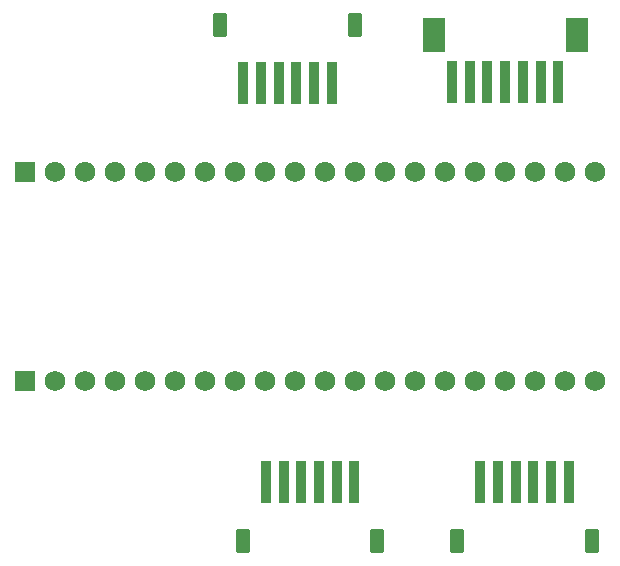
<source format=gts>
G04 Layer: TopSolderMaskLayer*
G04 EasyEDA v6.5.42, 2024-04-10 10:33:45*
G04 677a2e3dccde402284f6343da6576b70,88035802e6a84ff2a66c0cebeecd398b,10*
G04 Gerber Generator version 0.2*
G04 Scale: 100 percent, Rotated: No, Reflected: No *
G04 Dimensions in millimeters *
G04 leading zeros omitted , absolute positions ,4 integer and 5 decimal *
%FSLAX45Y45*%
%MOMM*%

%AMMACRO1*1,1,$1,$2,$3*1,1,$1,$4,$5*1,1,$1,0-$2,0-$3*1,1,$1,0-$4,0-$5*20,1,$1,$2,$3,$4,$5,0*20,1,$1,$4,$5,0-$2,0-$3,0*20,1,$1,0-$2,0-$3,0-$4,0-$5,0*20,1,$1,0-$4,0-$5,$2,$3,0*4,1,4,$2,$3,$4,$5,0-$2,0-$3,0-$4,0-$5,$2,$3,0*%
%ADD10MACRO1,0.1016X-0.4X1.75X0.4X1.75*%
%ADD11MACRO1,0.1016X-0.55X0.95X0.55X0.95*%
%ADD12MACRO1,0.1016X-0.825X0.825X0.825X0.825*%
%ADD13C,1.7516*%
%ADD14MACRO1,0.1016X0.4X-1.75X-0.4X-1.75*%
%ADD15MACRO1,0.1016X0.55X-0.95X-0.55X-0.95*%
%ADD16MACRO1,0.1016X0.35X-1.75X-0.35X-1.75*%
%ADD17MACRO1,0.1016X-0.9X1.35X0.9X1.35*%
%ADD18C,1.6096*%

%LPD*%
D10*
G01*
X2749202Y12642996D03*
G01*
X2899199Y12642998D03*
G01*
X3049203Y12642998D03*
G01*
X3199203Y12642998D03*
G01*
X3349200Y12642998D03*
G01*
X3499200Y12642998D03*
D11*
G01*
X2554202Y13137991D03*
G01*
X3694200Y13137991D03*
D12*
G01*
X901700Y11887200D03*
D13*
G01*
X1155700Y11887200D03*
G01*
X1409700Y11887200D03*
G01*
X1663700Y11887200D03*
G01*
X1917700Y11887200D03*
G01*
X2171700Y11887200D03*
G01*
X2425700Y11887200D03*
G01*
X2679700Y11887200D03*
G01*
X2933700Y11887200D03*
G01*
X3187700Y11887200D03*
G01*
X3441700Y11887200D03*
G01*
X3695700Y11887200D03*
G01*
X3949700Y11887200D03*
G01*
X4203700Y11887200D03*
G01*
X4457700Y11887200D03*
G01*
X4711700Y11887200D03*
G01*
X4965700Y11887200D03*
G01*
X5219700Y11887200D03*
G01*
X5473700Y11887200D03*
G01*
X5727700Y11887200D03*
D12*
G01*
X901700Y10121900D03*
D13*
G01*
X1155700Y10121900D03*
G01*
X1409700Y10121900D03*
G01*
X1663700Y10121900D03*
G01*
X1917700Y10121900D03*
G01*
X2171700Y10121900D03*
G01*
X2425700Y10121900D03*
G01*
X2679700Y10121900D03*
G01*
X2933700Y10121900D03*
G01*
X3187700Y10121900D03*
G01*
X3441700Y10121900D03*
G01*
X3695700Y10121900D03*
G01*
X3949700Y10121900D03*
G01*
X4203700Y10121900D03*
G01*
X4457700Y10121900D03*
G01*
X4711700Y10121900D03*
G01*
X4965700Y10121900D03*
G01*
X5219700Y10121900D03*
G01*
X5473700Y10121900D03*
G01*
X5727700Y10121900D03*
D14*
G01*
X5505797Y9264503D03*
G01*
X5355800Y9264501D03*
G01*
X5205796Y9264501D03*
G01*
X5055796Y9264501D03*
G01*
X4905799Y9264501D03*
G01*
X4755799Y9264501D03*
D15*
G01*
X5700797Y8769508D03*
G01*
X4560799Y8769508D03*
D14*
G01*
X3689697Y9264608D03*
G01*
X3539700Y9264605D03*
G01*
X3389696Y9264605D03*
G01*
X3239696Y9264605D03*
G01*
X3089699Y9264605D03*
G01*
X2939699Y9264605D03*
D15*
G01*
X3884697Y8769612D03*
G01*
X2744699Y8769612D03*
D16*
G01*
X5415718Y12652190D03*
G01*
X5265718Y12652190D03*
G01*
X5115718Y12652190D03*
G01*
X4965719Y12652190D03*
G01*
X4815719Y12652190D03*
G01*
X4665719Y12652190D03*
G01*
X4515719Y12652190D03*
D17*
G01*
X5570710Y13052460D03*
G01*
X4360702Y13052612D03*
D18*
G01*
X899007Y10117810D03*
G01*
X1153007Y10117810D03*
G01*
X1407007Y10117810D03*
G01*
X1661007Y10117810D03*
G01*
X1915007Y10117810D03*
G01*
X2169007Y10117810D03*
G01*
X2423007Y10117810D03*
G01*
X2677007Y10117810D03*
G01*
X2931007Y10117810D03*
G01*
X3185007Y10117810D03*
G01*
X3439007Y10117810D03*
G01*
X3693007Y10117810D03*
G01*
X3947007Y10117810D03*
G01*
X4201007Y10117810D03*
G01*
X4455007Y10117810D03*
G01*
X4709007Y10117810D03*
G01*
X4963007Y10117810D03*
G01*
X5217007Y10117810D03*
G01*
X5471007Y10117810D03*
G01*
X5725007Y10117810D03*
G01*
X899007Y11895810D03*
G01*
X1153007Y11895810D03*
G01*
X1407007Y11895810D03*
G01*
X1661007Y11895810D03*
G01*
X1915007Y11895810D03*
G01*
X2169007Y11895810D03*
G01*
X2423007Y11895810D03*
G01*
X2677007Y11895810D03*
G01*
X2931007Y11895810D03*
G01*
X3185007Y11895810D03*
G01*
X3439007Y11895810D03*
G01*
X3693007Y11895810D03*
G01*
X3947007Y11895810D03*
G01*
X4201007Y11895810D03*
G01*
X4455007Y11895810D03*
G01*
X4709007Y11895810D03*
G01*
X4963007Y11895810D03*
G01*
X5217007Y11895810D03*
G01*
X5471007Y11895810D03*
G01*
X5725007Y11895810D03*
M02*

</source>
